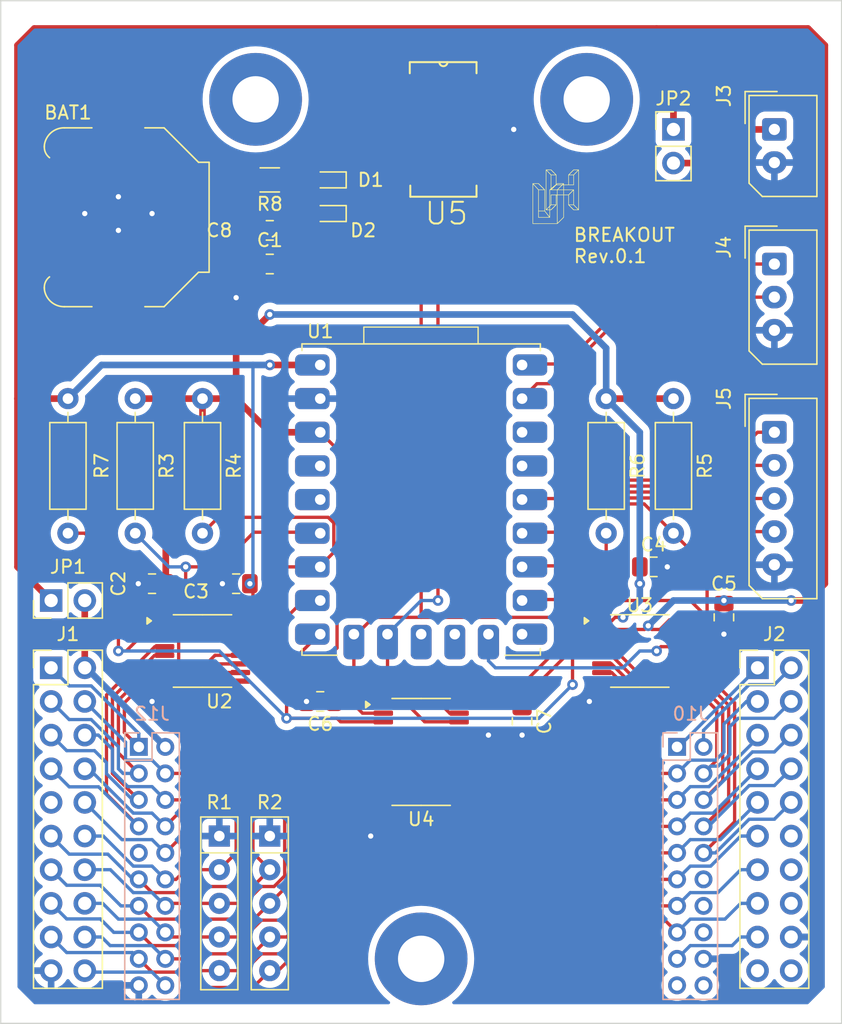
<source format=kicad_pcb>
(kicad_pcb (version 20221018) (generator pcbnew)
  (title_block (title "BREAKOUT BOARD") (rev "0"))
  (layers (0 "F.Cu" signal) (31 "B.Cu" signal) (34 "B.Paste" user) (35 "F.Paste" user) (36 "B.SilkS" user "B.Silkscreen") (37 "F.SilkS" user "F.Silkscreen") (38 "B.Mask" user) (39 "F.Mask" user) (44 "Edge.Cuts" user))
  (net 0 "")
  (net 1 "/S1")
  (net 2 "/PB1")
  (net 3 "/S2")
  (net 4 "/PB2")
  (net 5 "/S3")
  (net 6 "/PB3")
  (net 7 "/S4")
  (net 8 "/PB4")
  (net 9 "/ERR")
  (net 10 "/IN")
  (net 11 "/SYS")
  (net 12 "/DO1")
  (net 13 "/DI1")
  (net 14 "/DI2")
  (net 15 "/DO2")
  (net 16 "/DI4")
  (net 17 "/DO4")
  (net 18 "/DI3")
  (net 19 "/DO3")
  (net 20 "/RELAY1")
  (net 21 "/RELAY2")
  (net 22 "/RELAY3")
  (net 23 "/RELAY4")
  (net 24 "/TX")
  (net 25 "/RX")
  (net 26 "Net-(BAT1-+)")
  (net 27 "+3V3")
  (net 28 "/SCL1")
  (net 31 "/SPI RX")
  (net 32 "/SPI CS")
  (net 33 "/SPI CLK")
  (net 34 "/SPI TX")
  (net 37 "/SDA")
  (net 38 "+5V")
  (net 39 "GND")
  (net 40 "/DR4")
  (net 41 "/DR3")
  (net 42 "/DR2")
  (net 43 "/SCL")
  (net 44 "/DR1")
  (net 48 "/VREF1")
  (net 54 "/RESET")
  (net 55 "/SCL0")
  (net 56 "/SDA0")
  (net 57 "/INT0")
  (net 58 "Net-(J3-Pin_1)")
  (net 64 "/INT1")
  (net 74 "/SDA1")
  (net 76 "/PWR")
  (net 77 "/VREF2")
  (net 85 "Net-(D1-K)")
  (net 86 "Net-(D1-A)")
  (net 87 "Net-(D2-K)")
  (footprint "Capacitor_SMD:C_0805_2012Metric_Pad1.18x1.45mm_HandSolder" (layer "F.Cu") (at 129.61 145.35 -90)
    (fp_text reference "C5")
    (fp_text value "0.1uF" hide)
  )
  (footprint "MountingHole:MountingHole_3.5mm_Pad_TopBottom" (layer "F.Cu") (at 94.25 106.25)
    (fp_text reference "M2" hide)
    (fp_text value "MountingHole_3.5mm_Pad_TopBottom" hide)
  )
  (footprint "Fiducial:Fiducial_1mm_Mask2mm" (layer "F.Cu") (at 78.81 103.44)
    (fp_text reference "REF**" hide)
    (fp_text value "Fiducial_1mm_Mask2mm" hide)
  )
  (footprint "Capacitor_SMD:C_0805_2012Metric_Pad1.18x1.45mm_HandSolder" (layer "F.Cu") (at 99.13 151.7 180)
    (fp_text reference "C6")
    (fp_text value "0.1uF" hide)
  )
  (footprint "Resistor_THT:R_Array_SIP5" (layer "F.Cu") (at 91.51 161.86 -90)
    (fp_text reference "R1")
    (fp_text value "1k" hide)
  )
  (footprint "MountingHole:MountingHole_3.5mm_Pad_TopBottom" (layer "F.Cu") (at 106.75 171.13)
    (fp_text reference "M1" hide)
    (fp_text value "MountingHole_3.5mm_Pad_TopBottom" hide)
  )
  (footprint "Fiducial:Fiducial_1mm_Mask2mm" (layer "F.Cu") (at 106.75 164.4)
    (fp_text reference "REF**" hide)
    (fp_text value "Fiducial_1mm_Mask2mm" hide)
  )
  (footprint "Diode_SMD:D_SOD-523" (layer "F.Cu") (at 99.83 112.33 180)
    (fp_text reference "D1")
    (fp_text value "SDM03U40" hide)
  )
  (footprint "Resistor_THT:R_Axial_DIN0207_L6.3mm_D2.5mm_P10.16mm_Horizontal" (layer "F.Cu") (at 90.24 128.84 -90)
    (fp_text reference "R4")
    (fp_text value "2.2k" hide)
  )
  (footprint "Capacitor_SMD:C_0805_2012Metric_Pad1.18x1.45mm_HandSolder" (layer "F.Cu") (at 95.32 116.14 180)
    (fp_text reference "C8")
    (fp_text value "0.1uF" hide)
  )
  (footprint "Capacitor_SMD:C_0805_2012Metric_Pad1.18x1.45mm_HandSolder" (layer "F.Cu") (at 86.43 142.81 180)
    (fp_text reference "C2")
    (fp_text value "0.1uF" hide)
  )
  (footprint "Resistor_THT:R_Axial_DIN0207_L6.3mm_D2.5mm_P10.16mm_Horizontal" (layer "F.Cu") (at 85.16 128.84 -90)
    (fp_text reference "R3")
    (fp_text value "2.2k" hide)
  )
  (footprint "Connector_PinHeader_2.54mm:PinHeader_1x02_P2.54mm_Vertical" (layer "F.Cu") (at 78.81 144.08 90)
    (fp_text reference "JP1")
    (fp_text value "Jumper_2_Bridged" hide)
  )
  (footprint "Fiducial:Fiducial_1mm_Mask2mm" (layer "F.Cu") (at 134.69 103.44)
    (fp_text reference "REF**" hide)
    (fp_text value "Fiducial_1mm_Mask2mm" hide)
  )
  (footprint "Resistor_THT:R_Axial_DIN0207_L6.3mm_D2.5mm_P10.16mm_Horizontal" (layer "F.Cu") (at 120.72 128.84 -90)
    (fp_text reference "R6")
    (fp_text value "2.2k" hide)
  )
  (footprint "Connector_Molex:Molex_SPOX_5267-02A_1x02_P2.50mm_Vertical" (layer "F.Cu") (at 133.42 108.52 -90)
    (fp_text reference "J3")
    (fp_text value "Conn_01x02" hide)
  )
  (footprint "Capacitor_SMD:C_0805_2012Metric_Pad1.18x1.45mm_HandSolder" (layer "F.Cu") (at 124.2975 141.54)
    (fp_text reference "C4")
    (fp_text value "0.1uF" hide)
  )
  (footprint "Package_SO:TSSOP-16_4.4x5mm_P0.65mm" (layer "F.Cu") (at 90.24 147.89)
    (fp_text reference "U2")
    (fp_text value "PCAL6408APW" hide)
  )
  (footprint "uhppoted:LOGO" (layer "F.Cu") (at 116.91 113.6)
    (fp_text reference "G***" hide)
    (fp_text value "LOGO" hide)
  )
  (footprint "uhppoted:RX8900SA" (layer "F.Cu") (at 108.43 108.52)
    (fp_text reference "U5")
    (fp_text value "RX8900SA" hide)
  )
  (footprint "Package_SO:TSSOP-16_4.4x5mm_P0.65mm" (layer "F.Cu") (at 123.26 147.89)
    (fp_text reference "U3")
    (fp_text value "PCAL6408APW" hide)
  )
  (footprint "Capacitor_SMD:C_0805_2012Metric_Pad1.18x1.45mm_HandSolder" (layer "F.Cu") (at 92.78 142.81 180)
    (fp_text reference "C3")
    (fp_text value "0.1uF" hide)
  )
  (footprint "Resistor_SMD:R_1206_3216Metric_Pad1.30x1.75mm_HandSolder" (layer "F.Cu") (at 95.32 112.33 180)
    (fp_text reference "R8")
    (fp_text value "88" hide)
  )
  (footprint "Resistor_THT:R_Axial_DIN0207_L6.3mm_D2.5mm_P10.16mm_Horizontal" (layer "F.Cu") (at 125.8 128.84 -90)
    (fp_text reference "R5")
    (fp_text value "2.2k" hide)
  )
  (footprint "Connector_PinHeader_2.54mm:PinHeader_2x10_P2.54mm_Vertical" (layer "F.Cu") (at 78.81 149.16)
    (fp_text reference "J1")
    (fp_text value "Conn_02x10_Odd_Even" hide)
  )
  (footprint "MountingHole:MountingHole_3.5mm_Pad_TopBottom" (layer "F.Cu") (at 119.25 106.25)
    (fp_text reference "M2" hide)
    (fp_text value "MountingHole_3.5mm_Pad_TopBottom" hide)
  )
  (footprint "Capacitor_SMD:C_0805_2012Metric_Pad1.18x1.45mm_HandSolder" (layer "F.Cu") (at 114.37 153.2025 -90)
    (fp_text reference "C7")
    (fp_text value "0.1uF" hide)
  )
  (footprint "Battery:BatteryHolder_Keystone_3000_1x12mm" (layer "F.Cu") (at 83.89 115.15 -90)
    (fp_text reference "BAT1")
    (fp_text value "CR1220" hide)
  )
  (footprint "Diode_SMD:D_SOD-523" (layer "F.Cu") (at 99.83 114.87 180)
    (fp_text reference "D2")
    (fp_text value "SDM03U40" hide)
  )
  (footprint "Connector_Molex:Molex_SPOX_5267-05A_1x05_P2.50mm_Vertical" (layer "F.Cu") (at 133.42 131.38 -90)
    (fp_text reference "J5")
    (fp_text value "Conn_01x05_Pin" hide)
  )
  (footprint "uhppoted:RP2040-TINY" (layer "F.Cu") (at 106.75 136.46)
    (fp_text reference "U1")
    (fp_text value "RP2040-TINY" hide)
  )
  (footprint "Package_SO:TSSOP-24_4.4x7.8mm_P0.65mm" (layer "F.Cu") (at 106.75 155.51)
    (fp_text reference "U4")
    (fp_text value "PI4IOE5V6416LEX" hide)
  )
  (footprint "Connector_PinHeader_2.54mm:PinHeader_1x02_P2.54mm_Vertical" (layer "F.Cu") (at 125.8 108.52)
    (fp_text reference "JP2")
    (fp_text value "Jumper_2_Bridged" hide)
  )
  (footprint "Connector_Molex:Molex_SPOX_5267-03A_1x03_P2.50mm_Vertical" (layer "F.Cu") (at 133.42 118.68 -90)
    (fp_text reference "J4")
    (fp_text value "Conn_01x03_Pin" hide)
  )
  (footprint "Capacitor_SMD:C_0805_2012Metric_Pad1.18x1.45mm_HandSolder" (layer "F.Cu") (at 95.32 118.68 180)
    (fp_text reference "C1")
    (fp_text value "0.1uF" hide)
  )
  (footprint "Resistor_THT:R_Array_SIP5" (layer "F.Cu") (at 95.32 161.86 -90)
    (fp_text reference "R2")
    (fp_text value "1k" hide)
  )
  (footprint "Resistor_THT:R_Axial_DIN0207_L6.3mm_D2.5mm_P10.16mm_Horizontal" (layer "F.Cu") (at 80.08 128.84 -90)
    (fp_text reference "R7")
    (fp_text value "10k" hide)
  )
  (footprint "Connector_PinHeader_2.54mm:PinHeader_2x10_P2.54mm_Vertical" (layer "F.Cu") (at 132.15 149.16)
    (fp_text reference "J2")
    (fp_text value "Conn_02x10_Odd_Even" hide)
  )
  (footprint "Connector_PinSocket_2.00mm:PinSocket_2x10_P2.00mm_Vertical" (layer "B.Cu") (at 85.43 155.13 180)
    (fp_text reference "J12")
    (fp_text value "Conn_02x10_Odd_Even" hide)
  )
  (footprint "Connector_PinSocket_2.00mm:PinSocket_2x10_P2.00mm_Vertical" (layer "B.Cu") (at 126.07 155.13 180)
    (fp_text reference "J10")
    (fp_text value "Conn_02x10_Odd_Even" hide)
  )
  (gr_rect locked (start 75 98.8) (end 138.5 176) (stroke (width 0.1)) (fill none) (layer "Edge.Cuts"))
  (gr_text "BREAKOUT\nRev.0.1" (at 118.18 118.68) (layer "F.SilkS") (effects (font (size 1 1)) (justify left bottom)))
  (segment (start 129.07 156.13) (end 128.07 157.13) (width 0.25) (layer "F.Cu") (net 1))
  (segment (start 129.07 152.361397) (end 129.07 156.13) (width 0.25) (layer "F.Cu") (net 1))
  (segment (start 126.1225 150.165) (end 126.873603 150.165) (width 0.25) (layer "F.Cu") (net 1))
  (segment (start 126.873603 150.165) (end 129.07 152.361397) (width 0.25) (layer "F.Cu") (net 1))
  (segment (start 130.061396 153.592753) (end 130.684149 152.97) (width 0.25) (layer "B.Cu") (net 1))
  (segment (start 133.42 152.97) (end 134.69 151.7) (width 0.25) (layer "B.Cu") (net 1))
  (segment (start 128.62 156.58) (end 129.176396 156.58) (width 0.25) (layer "B.Cu") (net 1))
  (segment (start 130.061396 155.695) (end 130.061396 153.592753) (width 0.25) (layer "B.Cu") (net 1))
  (segment (start 130.684149 152.97) (end 133.42 152.97) (width 0.25) (layer "B.Cu") (net 1))
  (segment (start 129.176396 156.58) (end 130.061396 155.695) (width 0.25) (layer "B.Cu") (net 1))
  (segment (start 128.07 157.13) (end 128.62 156.58) (width 0.25) (layer "B.Cu") (net 1))
  (segment (start 121.99 160.59) (end 121.99 150.370001) (width 0.25) (layer "F.Cu") (net 2))
  (segment (start 126.07 163.13) (end 124.53 163.13) (width 0.25) (layer "F.Cu") (net 2))
  (segment (start 124.53 163.13) (end 121.99 160.59) (width 0.25) (layer "F.Cu") (net 2))
  (segment (start 121.99 150.370001) (end 121.134999 149.515) (width 0.25) (layer "F.Cu") (net 2))
  (segment (start 121.134999 149.515) (end 120.3975 149.515) (width 0.25) (layer "F.Cu") (net 2))
  (segment (start 126.07 163.13) (end 127.07 162.13) (width 0.25) (layer "B.Cu") (net 2))
  (segment (start 127.07 162.13) (end 129.337208 162.13) (width 0.25) (layer "B.Cu") (net 2))
  (segment (start 129.337208 162.13) (end 132.147208 159.32) (width 0.25) (layer "B.Cu") (net 2))
  (segment (start 132.147208 159.32) (end 132.15 159.32) (width 0.25) (layer "B.Cu") (net 2))
  (segment (start 126.1225 149.515) (end 126.859999 149.515) (width 0.25) (layer "F.Cu") (net 3))
  (segment (start 126.859999 149.515) (end 129.52 152.175001) (width 0.25) (layer "F.Cu") (net 3))
  (segment (start 129.52 152.175001) (end 129.52 157.68) (width 0.25) (layer "F.Cu") (net 3))
  (segment (start 129.52 157.68) (end 128.07 159.13) (width 0.25) (layer "F.Cu") (net 3))
  (segment (start 128.07 159.13) (end 128.138299 159.13) (width 0.25) (layer "B.Cu") (net 3))
  (segment (start 128.138299 159.13) (end 131.758299 155.51) (width 0.25) (layer "B.Cu") (net 3))
  (segment (start 131.758299 155.51) (end 133.42 155.51) (width 0.25) (layer "B.Cu") (net 3))
  (segment (start 133.42 155.51) (end 134.69 154.24) (width 0.25) (layer "B.Cu") (net 3))
  (segment (start 122.44 160.403604) (end 123.166396 161.13) (width 0.25) (layer "F.Cu") (net 4))
  (segment (start 123.166396 161.13) (end 126.07 161.13) (width 0.25) (layer "F.Cu") (net 4))
  (segment (start 122.44 150.183605) (end 122.44 160.403604) (width 0.25) (layer "F.Cu") (net 4))
  (segment (start 120.3975 148.865) (end 121.121395 148.865) (width 0.25) (layer "F.Cu") (net 4))
  (segment (start 121.121395 148.865) (end 122.44 150.183605) (width 0.25) (layer "F.Cu") (net 4))
  (segment (start 127.07 160.13) (end 128.802792 160.13) (width 0.25) (layer "B.Cu") (net 4))
  (segment (start 126.07 161.13) (end 127.07 160.13) (width 0.25) (layer "B.Cu") (net 4))
  (segment (start 132.15 156.782792) (end 132.15 156.78) (width 0.25) (layer "B.Cu") (net 4))
  (segment (start 128.802792 160.13) (end 132.15 156.782792) (width 0.25) (layer "B.Cu") (net 4))
  (segment (start 126.1225 148.865) (end 126.846395 148.865) (width 0.25) (layer "F.Cu") (net 5))
  (segment (start 129.97 151.988605) (end 129.97 159.23) (width 0.25) (layer "F.Cu") (net 5))
  (segment (start 126.846395 148.865) (end 129.97 151.988605) (width 0.25) (layer "F.Cu") (net 5))
  (segment (start 129.97 159.23) (end 128.07 161.13) (width 0.25) (layer "F.Cu") (net 5))
  (segment (start 131.519188 158.05) (end 133.42 158.05) (width 0.25) (layer "B.Cu") (net 5))
  (segment (start 133.42 158.05) (end 134.69 156.78) (width 0.25) (layer "B.Cu") (net 5))
  (segment (start 128.07 161.13) (end 128.439188 161.13) (width 0.25) (layer "B.Cu") (net 5))
  (segment (start 128.439188 161.13) (end 131.519188 158.05) (width 0.25) (layer "B.Cu") (net 5))
  (segment (start 120.3975 148.215) (end 121.107791 148.215) (width 0.25) (layer "F.Cu") (net 6))
  (segment (start 123.342792 159.13) (end 126.07 159.13) (width 0.25) (layer "F.Cu") (net 6))
  (segment (start 122.89 149.997209) (end 122.89 158.677208) (width 0.25) (layer "F.Cu") (net 6))
  (segment (start 121.107791 148.215) (end 122.89 149.997209) (width 0.25) (layer "F.Cu") (net 6))
  (segment (start 122.89 158.677208) (end 123.342792 159.13) (width 0.25) (layer "F.Cu") (net 6))
  (segment (start 127.07 158.13) (end 126.07 159.13) (width 0.25) (layer "B.Cu") (net 6))
  (segment (start 132.15 154.24) (end 132.15 154.464214) (width 0.25) (layer "B.Cu") (net 6))
  (segment (start 132.15 154.464214) (end 128.484214 158.13) (width 0.25) (layer "B.Cu") (net 6))
  (segment (start 128.484214 158.13) (end 127.07 158.13) (width 0.25) (layer "B.Cu") (net 6))
  (segment (start 130.42 151.802209) (end 130.42 160.78) (width 0.25) (layer "F.Cu") (net 7))
  (segment (start 126.1225 148.215) (end 126.832791 148.215) (width 0.25) (layer "F.Cu") (net 7))
  (segment (start 126.832791 148.215) (end 130.42 151.802209) (width 0.25) (layer "F.Cu") (net 7))
  (segment (start 130.42 160.78) (end 128.07 163.13) (width 0.25) (layer "F.Cu") (net 7))
  (segment (start 128.07 163.13) (end 128.973604 163.13) (width 0.25) (layer "B.Cu") (net 7))
  (segment (start 133.42 160.59) (end 134.69 159.32) (width 0.25) (layer "B.Cu") (net 7))
  (segment (start 131.513604 160.59) (end 133.42 160.59) (width 0.25) (layer "B.Cu") (net 7))
  (segment (start 128.973604 163.13) (end 131.513604 160.59) (width 0.25) (layer "B.Cu") (net 7))
  (segment (start 123.34 156.78) (end 123.69 157.13) (width 0.25) (layer "F.Cu") (net 8))
  (segment (start 123.69 157.13) (end 126.07 157.13) (width 0.25) (layer "F.Cu") (net 8))
  (segment (start 121.134999 147.565) (end 123.34 149.770001) (width 0.25) (layer "F.Cu") (net 8))
  (segment (start 120.3975 147.565) (end 121.134999 147.565) (width 0.25) (layer "F.Cu") (net 8))
  (segment (start 123.34 149.770001) (end 123.34 156.78) (width 0.25) (layer "F.Cu") (net 8))
  (segment (start 129.611396 153.406357) (end 131.317753 151.7) (width 0.25) (layer "B.Cu") (net 8))
  (segment (start 128.99 156.13) (end 129.611396 155.508604) (width 0.25) (layer "B.Cu") (net 8))
  (segment (start 126.07 157.13) (end 127.07 156.13) (width 0.25) (layer "B.Cu") (net 8))
  (segment (start 131.317753 151.7) (end 132.15 151.7) (width 0.25) (layer "B.Cu") (net 8))
  (segment (start 129.611396 155.508604) (end 129.611396 153.406357) (width 0.25) (layer "B.Cu") (net 8))
  (segment (start 127.07 156.13) (end 128.99 156.13) (width 0.25) (layer "B.Cu") (net 8))
  (segment (start 109.6125 159.085) (end 116.025 159.085) (width 0.25) (layer "F.Cu") (net 9))
  (segment (start 116.025 159.085) (end 126.07 169.13) (width 0.25) (layer "F.Cu") (net 9))
  (segment (start 126.07 169.13) (end 127.07 168.13) (width 0.25) (layer "B.Cu") (net 9))
  (segment (start 130.88 166.94) (end 132.15 166.94) (width 0.25) (layer "B.Cu") (net 9))
  (segment (start 127.07 168.13) (end 129.69 168.13) (width 0.25) (layer "B.Cu") (net 9))
  (segment (start 129.69 168.13) (end 130.88 166.94) (width 0.25) (layer "B.Cu") (net 9))
  (segment (start 124.72 167.13) (end 126.07 167.13) (width 0.25) (layer "F.Cu") (net 10))
  (segment (start 109.6125 158.435) (end 116.025 158.435) (width 0.25) (layer "F.Cu") (net 10))
  (segment (start 116.025 158.435) (end 124.72 167.13) (width 0.25) (layer "F.Cu") (net 10))
  (segment (start 126.07 167.13) (end 127.07 166.13) (width 0.25) (layer "B.Cu") (net 10))
  (segment (start 127.07 166.13) (end 129.15 166.13) (width 0.25) (layer "B.Cu") (net 10))
  (segment (start 129.15 166.13) (end 130.88 164.4) (width 0.25) (layer "B.Cu") (net 10))
  (segment (start 130.88 164.4) (end 132.15 164.4) (width 0.25) (layer "B.Cu") (net 10))
  (segment (start 109.6125 157.785) (end 116.011396 157.785) (width 0.25) (layer "F.Cu") (net 11))
  (segment (start 123.356396 165.13) (end 126.07 165.13) (width 0.25) (layer "F.Cu") (net 11))
  (segment (start 116.011396 157.785) (end 123.356396 165.13) (width 0.25) (layer "F.Cu") (net 11))
  (segment (start 127.07 164.13) (end 128.61 164.13) (width 0.25) (layer "B.Cu") (net 11))
  (segment (start 130.88 161.86) (end 132.15 161.86) (width 0.25) (layer "B.Cu") (net 11))
  (segment (start 126.07 165.13) (end 127.07 164.13) (width 0.25) (layer "B.Cu") (net 11))
  (segment (start 128.61 164.13) (end 130.88 161.86) (width 0.25) (layer "B.Cu") (net 11))
  (segment (start 84.34 154.04) (end 85.43 155.13) (width 0.25) (layer "F.Cu") (net 12))
  (segment (start 84.34 151.801397) (end 84.34 154.04) (width 0.25) (layer "F.Cu") (net 12))
  (segment (start 86.626397 149.515) (end 84.34 151.801397) (width 0.25) (layer "F.Cu") (net 12))
  (segment (start 87.3775 149.515) (end 86.626397 149.515) (width 0.25) (layer "F.Cu") (net 12))
  (segment (start 85.43 154.118299) (end 85.43 155.13) (width 0.25) (layer "B.Cu") (net 12))
  (segment (start 81.836701 150.525) (end 85.43 154.118299) (width 0.25) (layer "B.Cu") (net 12))
  (segment (start 80.175 150.525) (end 81.836701 150.525) (width 0.25) (layer "B.Cu") (net 12))
  (segment (start 78.81 149.16) (end 80.175 150.525) (width 0.25) (layer "B.Cu") (net 12))
  (segment (start 83.89 151.615001) (end 83.89 155.59) (width 0.25) (layer "F.Cu") (net 13))
  (segment (start 86.640001 148.865) (end 83.89 151.615001) (width 0.25) (layer "F.Cu") (net 13))
  (segment (start 83.89 155.59) (end 85.43 157.13) (width 0.25) (layer "F.Cu") (net 13))
  (segment (start 87.3775 148.865) (end 86.640001 148.865) (width 0.25) (layer "F.Cu") (net 13))
  (segment (start 83.89 156.78) (end 84.24 157.13) (width 0.25) (layer "B.Cu") (net 13))
  (segment (start 84.24 157.13) (end 85.43 157.13) (width 0.25) (layer "B.Cu") (net 13))
  (segment (start 81.836701 153.065) (end 83.89 155.118299) (width 0.25) (layer "B.Cu") (net 13))
  (segment (start 78.81 151.7) (end 80.175 153.065) (width 0.25) (layer "B.Cu") (net 13))
  (segment (start 80.175 153.065) (end 81.836701 153.065) (width 0.25) (layer "B.Cu") (net 13))
  (segment (start 83.89 155.118299) (end 83.89 156.78) (width 0.25) (layer "B.Cu") (net 13))
  (segment (start 87.3775 147.565) (end 86.640001 147.565) (width 0.25) (layer "F.Cu") (net 14))
  (segment (start 82.99 151.215001) (end 82.99 158.69) (width 0.25) (layer "F.Cu") (net 14))
  (segment (start 86.640001 147.565) (end 82.99 151.215001) (width 0.25) (layer "F.Cu") (net 14))
  (segment (start 82.99 158.69) (end 85.43 161.13) (width 0.25) (layer "F.Cu") (net 14))
  (segment (start 85.37939 161.13) (end 85.43 161.13) (width 0.25) (layer "B.Cu") (net 14))
  (segment (start 82.39439 158.145) (end 85.37939 161.13) (width 0.25) (layer "B.Cu") (net 14))
  (segment (start 78.81 156.78) (end 80.175 158.145) (width 0.25) (layer "B.Cu") (net 14))
  (segment (start 80.175 158.145) (end 82.39439 158.145) (width 0.25) (layer "B.Cu") (net 14))
  (segment (start 87.3775 148.215) (end 86.626397 148.215) (width 0.25) (layer "F.Cu") (net 15))
  (segment (start 86.626397 148.215) (end 83.44 151.401397) (width 0.25) (layer "F.Cu") (net 15))
  (segment (start 83.44 157.14) (end 85.43 159.13) (width 0.25) (layer "F.Cu") (net 15))
  (segment (start 83.44 151.401397) (end 83.44 157.14) (width 0.25) (layer "F.Cu") (net 15))
  (segment (start 84.967208 159.13) (end 82.99 157.152792) (width 0.25) (layer "B.Cu") (net 15))
  (segment (start 85.43 159.13) (end 84.967208 159.13) (width 0.25) (layer "B.Cu") (net 15))
  (segment (start 82.08585 155.415) (end 79.985 155.415) (width 0.25) (layer "B.Cu") (net 15))
  (segment (start 82.99 157.152792) (end 82.99 156.31915) (width 0.25) (layer "B.Cu") (net 15))
  (segment (start 82.99 156.31915) (end 82.08585 155.415) (width 0.25) (layer "B.Cu") (net 15))
  (segment (start 79.985 155.415) (end 78.81 154.24) (width 0.25) (layer "B.Cu") (net 15))
  (segment (start 88.62 157.13) (end 88.97 156.78) (width 0.25) (layer "F.Cu") (net 16))
  (segment (start 88.97 150.43) (end 91.185 148.215) (width 0.25) (layer "F.Cu") (net 16))
  (segment (start 87.43 157.13) (end 88.62 157.13) (width 0.25) (layer "F.Cu") (net 16))
  (segment (start 88.97 156.78) (end 88.97 150.43) (width 0.25) (layer "F.Cu") (net 16))
  (segment (start 91.185 148.215) (end 93.1025 148.215) (width 0.25) (layer "F.Cu") (net 16))
  (segment (start 81.35 151.7) (end 84.43 154.78) (width 0.25) (layer "B.Cu") (net 16))
  (segment (start 86.43 156.13) (end 87.43 157.13) (width 0.25) (layer "B.Cu") (net 16))
  (segment (start 84.43 154.78) (end 84.43 156.13) (width 0.25) (layer "B.Cu") (net 16))
  (segment (start 84.43 156.13) (end 86.43 156.13) (width 0.25) (layer "B.Cu") (net 16))
  (segment (start 87.43 159.13) (end 88.793604 159.13) (width 0.25) (layer "F.Cu") (net 17))
  (segment (start 91.171396 148.865) (end 93.1025 148.865) (width 0.25) (layer "F.Cu") (net 17))
  (segment (start 89.42 158.503604) (end 89.42 150.616396) (width 0.25) (layer "F.Cu") (net 17))
  (segment (start 89.42 150.616396) (end 91.171396 148.865) (width 0.25) (layer "F.Cu") (net 17))
  (segment (start 88.793604 159.13) (end 89.42 158.503604) (width 0.25) (layer "F.Cu") (net 17))
  (segment (start 84.603604 158.13) (end 86.43 158.13) (width 0.25) (layer "B.Cu") (net 17))
  (segment (start 82.375305 154.24) (end 83.44 155.304695) (width 0.25) (layer "B.Cu") (net 17))
  (segment (start 83.44 155.304695) (end 83.44 156.966396) (width 0.25) (layer "B.Cu") (net 17))
  (segment (start 81.35 154.24) (end 82.375305 154.24) (width 0.25) (layer "B.Cu") (net 17))
  (segment (start 83.44 156.966396) (end 84.603604 158.13) (width 0.25) (layer "B.Cu") (net 17))
  (segment (start 86.43 158.13) (end 87.43 159.13) (width 0.25) (layer "B.Cu") (net 17))
  (segment (start 87.43 161.13) (end 89.87 158.69) (width 0.25) (layer "F.Cu") (net 18))
  (segment (start 89.87 150.802792) (end 91.157792 149.515) (width 0.25) (layer "F.Cu") (net 18))
  (segment (start 91.157792 149.515) (end 93.1025 149.515) (width 0.25) (layer "F.Cu") (net 18))
  (segment (start 89.87 158.69) (end 89.87 150.802792) (width 0.25) (layer "F.Cu") (net 18))
  (segment (start 81.35 156.78) (end 82.075 156.78) (width 0.25) (layer "B.Cu") (net 18))
  (segment (start 87.43 161.13) (end 86.43 160.13) (width 0.25) (layer "B.Cu") (net 18))
  (segment (start 86.43 160.13) (end 85.015786 160.13) (width 0.25) (layer "B.Cu") (net 18))
  (segment (start 85.015786 160.13) (end 81.665786 156.78) (width 0.25) (layer "B.Cu") (net 18))
  (segment (start 82.075 156.78) (end 82.075 156.874188) (width 0.25) (layer "B.Cu") (net 18))
  (segment (start 81.665786 156.78) (end 81.35 156.78) (width 0.25) (layer "B.Cu") (net 18))
  (segment (start 91.144188 150.165) (end 93.1025 150.165) (width 0.25) (layer "F.Cu") (net 19))
  (segment (start 88.97 161.59) (end 88.97 160.226396) (width 0.25) (layer "F.Cu") (net 19))
  (segment (start 87.43 163.13) (end 88.97 161.59) (width 0.25) (layer "F.Cu") (net 19))
  (segment (start 90.32 150.989188) (end 91.144188 150.165) (width 0.25) (layer "F.Cu") (net 19))
  (segment (start 88.97 160.226396) (end 90.32 158.876396) (width 0.25) (layer "F.Cu") (net 19))
  (segment (start 90.32 158.876396) (end 90.32 150.989188) (width 0.25) (layer "F.Cu") (net 19))
  (segment (start 87.43 163.13) (end 86.43 162.13) (width 0.25) (layer "B.Cu") (net 19))
  (segment (start 84.16 162.13) (end 81.35 159.32) (width 0.25) (layer "B.Cu") (net 19))
  (segment (start 86.43 162.13) (end 84.16 162.13) (width 0.25) (layer "B.Cu") (net 19))
  (segment (start 103.8875 153.885) (end 98.848604 153.885) (width 0.25) (layer "F.Cu") (net 20))
  (segment (start 88.24 165.13) (end 88.97 164.4) (width 0.25) (layer "F.Cu") (net 20))
  (segment (start 88.97 164.4) (end 91.51 164.4) (width 0.25) (layer "F.Cu") (net 20))
  (segment (start 92.78 159.953604) (end 92.78 163.13) (width 0.25) (layer "F.Cu") (net 20))
  (segment (start 98.848604 153.885) (end 92.78 159.953604) (width 0.25) (layer "F.Cu") (net 20))
  (segment (start 92.78 163.13) (end 91.51 164.4) (width 0.25) (layer "F.Cu") (net 20))
  (segment (start 87.43 165.13) (end 88.24 165.13) (width 0.25) (layer "F.Cu") (net 20))
  (segment (start 82.745786 161.86) (end 81.35 161.86) (width 0.25) (layer "B.Cu") (net 20))
  (segment (start 86.43 164.13) (end 85.015786 164.13) (width 0.25) (layer "B.Cu") (net 20))
  (segment (start 85.015786 164.13) (end 82.745786 161.86) (width 0.25) (layer "B.Cu") (net 20))
  (segment (start 87.43 165.13) (end 86.43 164.13) (width 0.25) (layer "B.Cu") (net 20))
  (segment (start 96.445 164.865991) (end 95.640991 165.67) (width 0.25) (layer "F.Cu") (net 21))
  (segment (start 95.640991 165.67) (end 94.686396 165.67) (width 0.25) (layer "F.Cu") (net 21))
  (segment (start 91.51 166.94) (end 87.62 166.94) (width 0.25) (layer "F.Cu") (net 21))
  (segment (start 94.686396 165.67) (end 93.416396 166.94) (width 0.25) (layer "F.Cu") (net 21))
  (segment (start 87.62 166.94) (end 87.43 167.13) (width 0.25) (layer "F.Cu") (net 21))
  (segment (start 103.8875 155.185) (end 100.723604 155.185) (width 0.25) (layer "F.Cu") (net 21))
  (segment (start 96.445 159.463604) (end 96.445 164.865991) (width 0.25) (layer "F.Cu") (net 21))
  (segment (start 93.416396 166.94) (end 91.51 166.94) (width 0.25) (layer "F.Cu") (net 21))
  (segment (start 100.723604 155.185) (end 96.445 159.463604) (width 0.25) (layer "F.Cu") (net 21))
  (segment (start 85.015786 166.13) (end 83.285786 164.4) (width 0.25) (layer "B.Cu") (net 21))
  (segment (start 83.285786 164.4) (end 81.35 164.4) (width 0.25) (layer "B.Cu") (net 21))
  (segment (start 86.43 166.13) (end 85.015786 166.13) (width 0.25) (layer "B.Cu") (net 21))
  (segment (start 87.43 167.13) (end 86.43 166.13) (width 0.25) (layer "B.Cu") (net 21))
  (segment (start 91.51 169.48) (end 87.78 169.48) (width 0.25) (layer "F.Cu") (net 22))
  (segment (start 97.345 159.836396) (end 97.345 167.455) (width 0.25) (layer "F.Cu") (net 22))
  (segment (start 87.78 169.48) (end 87.43 169.13) (width 0.25) (layer "F.Cu") (net 22))
  (segment (start 97.345 167.455) (end 96.59 168.21) (width 0.25) (layer "F.Cu") (net 22))
  (segment (start 103.8875 156.485) (end 100.696396 156.485) (width 0.25) (layer "F.Cu") (net 22))
  (segment (start 93.416396 169.48) (end 91.51 169.48) (width 0.25) (layer "F.Cu") (net 22))
  (segment (start 96.59 168.21) (end 94.686396 168.21) (width 0.25) (layer "F.Cu") (net 22))
  (segment (start 100.696396 156.485) (end 97.345 159.836396) (width 0.25) (layer "F.Cu") (net 22))
  (segment (start 94.686396 168.21) (end 93.416396 169.48) (width 0.25) (layer "F.Cu") (net 22))
  (segment (start 86.43 168.13) (end 83.89 168.13) (width 0.25) (layer "B.Cu") (net 22))
  (segment (start 87.43 169.13) (end 86.43 168.13) (width 0.25) (layer "B.Cu") (net 22))
  (segment (start 83.89 168.13) (end 82.7 166.94) (width 0.25) (layer "B.Cu") (net 22))
  (segment (start 82.7 166.94) (end 81.35 166.94) (width 0.25) (layer "B.Cu") (net 22))
  (segment (start 94.686396 170.75) (end 93.416396 172.02) (width 0.25) (layer "F.Cu") (net 23))
  (segment (start 98.245 169.095) (end 96.59 170.75) (width 0.25) (layer "F.Cu") (net 23))
  (segment (start 93.416396 172.02) (end 91.51 172.02) (width 0.25) (layer "F.Cu") (net 23))
  (segment (start 98.245 160.210584) (end 98.245 169.095) (width 0.25) (layer "F.Cu") (net 23))
  (segment (start 91.51 172.02) (end 89.505 172.02) (width 0.25) (layer "F.Cu") (net 23))
  (segment (start 89.505 172.02) (end 88.615 171.13) (width 0.25) (layer "F.Cu") (net 23))
  (segment (start 88.615 171.13) (end 87.43 171.13) (width 0.25) (layer "F.Cu") (net 23))
  (segment (start 103.8875 157.785) (end 100.670584 157.785) (width 0.25) (layer "F.Cu") (net 23))
  (segment (start 96.59 170.75) (end 94.686396 170.75) (width 0.25) (layer "F.Cu") (net 23))
  (segment (start 100.670584 157.785) (end 98.245 160.210584) (width 0.25) (layer "F.Cu") (net 23))
  (segment (start 82.62 169.48) (end 83.27 170.13) (width 0.25) (layer "B.Cu") (net 23))
  (segment (start 83.27 170.13) (end 86.43 170.13) (width 0.25) (layer "B.Cu") (net 23))
  (segment (start 86.43 170.13) (end 87.43 171.13) (width 0.25) (layer "B.Cu") (net 23))
  (segment (start 81.35 169.48) (end 82.62 169.48) (width 0.25) (layer "B.Cu") (net 23))
  (segment (start 124.98 122.04) (end 128.34 118.68) (width 0.25) (layer "F.Cu") (net 24))
  (segment (start 117.618604 126.225) (end 114.37 126.225) (width 0.25) (layer "F.Cu") (net 24))
  (segment (start 121.803604 122.04) (end 117.618604 126.225) (width 0.25) (layer "F.Cu") (net 24))
  (segment (start 133.42 118.68) (end 128.34 118.68) (width 0.25) (layer "F.Cu") (net 24))
  (segment (start 124.98 122.04) (end 121.803604 122.04) (width 0.25) (layer "F.Cu") (net 24))
  (segment (start 121.99 122.49) (end 125.166396 122.49) (width 0.25) (layer "F.Cu") (net 25))
  (segment (start 125.166396 122.49) (end 126.476396 121.18) (width 0.25) (layer "F.Cu") (net 25))
  (segment (start 115.495 127.715) (end 116.765 127.715) (width 0.25) (layer "F.Cu") (net 25))
  (segment (start 114.37 128.84) (end 115.495 127.715) (width 0.25) (layer "F.Cu") (net 25))
  (segment (start 116.765 127.715) (end 121.99 122.49) (width 0.25) (layer "F.Cu") (net 25))
  (segment (start 126.476396 121.18) (end 133.42 121.18) (width 0.25) (layer "F.Cu") (net 25))
  (segment (start 92.78 112.33) (end 87.7 107.25) (width 0.25) (layer "F.Cu") (net 26))
  (segment (start 87.7 107.25) (end 83.89 107.25) (width 0.25) (layer "F.Cu") (net 26))
  (segment (start 93.77 112.33) (end 92.78 112.33) (width 0.25) (layer "F.Cu") (net 26))
  (segment (start 121.399999 145.35) (end 121.134999 145.615) (width 0.25) (layer "F.Cu") (net 27))
  (segment (start 121.134999 145.615) (end 120.3975 145.615) (width 0.25) (layer "F.Cu") (net 27))
  (segment (start 87.7 138.925) (end 90.24 136.385) (width 0.5) (layer "F.Cu") (net 27))
  (segment (start 90.24 136.385) (end 90.24 128.84) (width 0.5) (layer "F.Cu") (net 27))
  (segment (start 85.16 128.84) (end 90.24 128.84) (width 0.5) (layer "F.Cu") (net 27))
  (segment (start 100.4 145.35) (end 100.4 147.6575) (width 0.25) (layer "F.Cu") (net 27))
  (segment (start 99.13 131.38) (end 101.67 133.92) (width 0.25) (layer "F.Cu") (net 27))
  (segment (start 103.8875 152.585) (end 102.3225 152.585) (width 0.25) (layer "F.Cu") (net 27))
  (segment (start 92.78 128.84) (end 90.24 128.84) (width 0.5) (layer "F.Cu") (net 27))
  (segment (start 99.13 115.9075) (end 99.13 114.87) (width 0.25) (layer "F.Cu") (net 27))
  (segment (start 102.3225 152.585) (end 101.4375 151.7) (width 0.25) (layer "F.Cu") (net 27))
  (segment (start 101.67 133.92) (end 101.67 144.08) (width 0.25) (layer "F.Cu") (net 27))
  (segment (start 87.4675 142.81) (end 87.4675 139.1575) (width 0.5) (layer "F.Cu") (net 27))
  (segment (start 100.4 147.6575) (end 100.1675 147.89) (width 0.25) (layer "F.Cu") (net 27))
  (segment (start 96.3575 118.68) (end 99.13 115.9075) (width 0.25) (layer "F.Cu") (net 27))
  (segment (start 87.4675 139.1575) (end 87.7 138.925) (width 0.5) (layer "F.Cu") (net 27))
  (segment (start 87.3775 145.615) (end 87.3775 142.9) (width 0.5) (layer "F.Cu") (net 27))
  (segment (start 92.78 125.03) (end 92.78 128.84) (width 0.5) (layer "F.Cu") (net 27))
  (segment (start 95.32 131.38) (end 92.78 128.84) (width 0.5) (layer "F.Cu") (net 27))
  (segment (start 101.4375 151.7) (end 100.1675 151.7) (width 0.25) (layer "F.Cu") (net 27))
  (segment (start 100.1675 147.89) (end 100.1675 151.7) (width 0.25) (layer "F.Cu") (net 27))
  (segment (start 87.3775 142.9) (end 87.4675 142.81) (width 0.25) (layer "F.Cu") (net 27))
  (segment (start 121.99 145.35) (end 121.399999 145.35) (width 0.25) (layer "F.Cu") (net 27))
  (segment (start 123.26 141.54) (end 123.26 142.81) (width 0.25) (layer "F.Cu") (net 27))
  (segment (start 101.67 144.08) (end 100.4 145.35) (width 0.25) (layer "F.Cu") (net 27))
  (segment (start 99.13 131.38) (end 95.32 131.38) (width 0.5) (layer "F.Cu") (net 27))
  (segment (start 120.72 128.84) (end 125.8 128.84) (width 0.5) (layer "F.Cu") (net 27))
  (segment (start 95.32 122.49) (end 92.78 125.03) (width 0.5) (layer "F.Cu") (net 27))
  (via (at 121.99 145.35) (size 0.8) (drill 0.4) (layers "F.Cu" "B.Cu") (net 27))
  (via (at 95.32 122.49) (size 0.8) (drill 0.4) (layers "F.Cu" "B.Cu") (net 27))
  (via (at 123.26 142.81) (size 0.8) (drill 0.4) (layers "F.Cu" "B.Cu") (net 27))
  (segment (start 95.32 122.49) (end 118.18 122.49) (width 0.5) (layer "B.Cu") (net 27))
  (segment (start 121.99 145.35) (end 123.26 144.08) (width 0.5) (layer "B.Cu") (net 27))
  (segment (start 123.26 144.08) (end 123.26 142.81) (width 0.5) (layer "B.Cu") (net 27))
  (segment (start 120.72 125.03) (end 120.72 128.84) (width 0.5) (layer "B.Cu") (net 27))
  (segment (start 118.18 122.49) (end 120.72 125.03) (width 0.5) (layer "B.Cu") (net 27))
  (segment (start 123.26 142.81) (end 123.26 131.38) (width 0.5) (layer "B.Cu") (net 27))
  (segment (start 123.26 131.38) (end 120.72 128.84) (width 0.5) (layer "B.Cu") (net 27))
  (segment (start 106.75 145.35) (end 116.77 145.35) (width 0.25) (layer "F.Cu") (net 28))
  (segment (start 101.67 149.16) (end 101.67 146.83) (width 0.25) (layer "F.Cu") (net 28))
  (segment (start 106.75 107.25) (end 107.7043 106.2957) (width 0.25) (layer "F.Cu") (net 28))
  (segment (start 103.15 145.35) (end 101.67 146.83) (width 0.25) (layer "F.Cu") (net 28))
  (segment (start 128.34 146.62) (end 128.34 141.54) (width 0.25) (layer "F.Cu") (net 28))
  (segment (start 107.015 153.235) (end 104.21 150.43) (width 0.25) (layer "F.Cu") (net 28))
  (segment (start 104.8486 105.98) (end 107.3886 105.98) (width 0.25) (layer "F.Cu") (net 28))
  (segment (start 109.6125 153.235) (end 107.015 153.235) (width 0.25) (layer "F.Cu") (net 28))
  (segment (start 102.94 150.43) (end 101.67 149.16) (width 0.25) (layer "F.Cu") (net 28))
  (segment (start 107.3886 105.98) (end 107.7043 106.2957) (width 0.25) (layer "F.Cu") (net 28))
  (segment (start 128.045 146.915) (end 128.34 146.62) (width 0.25) (layer "F.Cu") (net 28))
  (segment (start 119.08 137.939504) (end 120.229504 136.79) (width 0.25) (layer "F.Cu") (net 28))
  (segment (start 119.08 143.04) (end 119.08 137.939504) (width 0.25) (layer "F.Cu") (net 28))
  (segment (start 104.21 150.43) (end 102.94 150.43) (width 0.25) (layer "F.Cu") (net 28))
  (segment (start 128.34 141.54) (end 125.8 139) (width 0.25) (layer "F.Cu") (net 28))
  (segment (start 106.75 107.25) (end 106.75 145.35) (width 0.25) (layer "F.Cu") (net 28))
  (segment (start 123.59 136.79) (end 125.8 139) (width 0.25) (layer "F.Cu") (net 28))
  (segment (start 120.229504 136.79) (end 123.59 136.79) (width 0.25) (layer "F.Cu") (net 28))
  (segment (start 126.1225 146.915) (end 128.045 146.915) (width 0.25) (layer "F.Cu") (net 28))
  (segment (start 116.77 145.35) (end 119.08 143.04) (width 0.25) (layer "F.Cu") (net 28))
  (segment (start 103.15 145.35) (end 106.75 145.35) (width 0.25) (layer "F.Cu") (net 28))
  (segment (start 128.54 134.99) (end 132.15 131.38) (width 0.25) (layer "F.Cu") (net 31))
  (segment (start 114.37 136.385) (end 118.003425 136.385) (width 0.25) (layer "F.Cu") (net 31))
  (segment (start 118.003425 136.385) (end 119.398425 134.99) (width 0.25) (layer "F.Cu") (net 31))
  (segment (start 119.398425 134.99) (end 128.54 134.99) (width 0.25) (layer "F.Cu") (net 31))
  (segment (start 132.15 131.38) (end 133.42 131.38) (width 0.25) (layer "F.Cu") (net 31))
  (segment (start 130.286396 133.88) (end 133.42 133.88) (width 0.25) (layer "F.Cu") (net 32))
  (segment (start 128.726396 135.44) (end 130.286396 133.88) (width 0.25) (layer "F.Cu") (net 32))
  (segment (start 117.73 138.18) (end 117.73 137.294821) (width 0.25) (layer "F.Cu") (net 32))
  (segment (start 116.985 138.925) (end 117.73 138.18) (width 0.25) (layer "F.Cu") (net 32))
  (segment (start 117.73 137.294821) (end 119.584821 135.44) (width 0.25) (layer "F.Cu") (net 32))
  (segment (start 119.584821 135.44) (end 128.726396 135.44) (width 0.25) (layer "F.Cu") (net 32))
  (segment (start 114.37 138.925) (end 116.985 138.925) (width 0.25) (layer "F.Cu") (net 32))
  (segment (start 133.42 136.38) (end 128.896396 136.38) (width 0.25) (layer "F.Cu") (net 33))
  (segment (start 128.896396 136.38) (end 128.406396 135.89) (width 0.25) (layer "F.Cu") (net 33))
  (segment (start 119.771217 135.89) (end 118.18 137.481217) (width 0.25) (layer "F.Cu") (net 33))
  (segment (start 118.18 140.27) (end 116.985 141.465) (width 0.25) (layer "F.Cu") (net 33))
  (segment (start 128.406396 135.89) (end 119.771217 135.89) (width 0.25) (layer "F.Cu") (net 33))
  (segment (start 116.985 141.465) (end 114.37 141.465) (width 0.25) (layer "F.Cu") (net 33))
  (segment (start 118.18 137.481217) (end 118.18 140.27) (width 0.25) (layer "F.Cu") (net 33))
  (segment (start 118.63 142.36) (end 116.985 144.005) (width 0.25) (layer "F.Cu") (net 34))
  (segment (start 133.42 138.88) (end 130.76 138.88) (width 0.25) (layer "F.Cu") (net 34))
  (segment (start 130.76 138.88) (end 128.22 136.34) (width 0.25) (layer "F.Cu") (net 34))
  (segment (start 116.985 144.005) (end 114.37 144.005) (width 0.25) (layer "F.Cu") (net 34))
  (segment (start 119.957613 136.34) (end 118.63 137.667613) (width 0.25) (layer "F.Cu") (net 34))
  (segment (start 128.22 136.34) (end 119.957613 136.34) (width 0.25) (layer "F.Cu") (net 34))
  (segment (start 118.63 137.667613) (end 118.63 142.36) (width 0.25) (layer "F.Cu") (net 34))
  (segment (start 128.07 153.876396) (end 128.07 155.13) (width 0.25) (layer "B.Cu") (net 37))
  (segment (start 131.516396 150.43) (end 128.07 153.876396) (width 0.25) (layer "B.Cu") (net 37))
  (segment (start 133.42 150.43) (end 131.516396 150.43) (width 0.25) (layer "B.Cu") (net 37))
  (segment (start 134.69 149.16) (end 133.42 150.43) (width 0.25) (layer "B.Cu") (net 37))
  (segment (start 113.99 151.935) (end 119.660001 146.265) (width 0.25) (layer "F.Cu") (net 38))
  (segment (start 77.54 100.9) (end 76.27 102.17) (width 0.5) (layer "F.Cu") (net 38))
  (segment (start 94.05 143.0425) (end 94.05 144.6675) (width 0.25) (layer "F.Cu") (net 38))
  (segment (start 76.27 128.84) (end 80.08 128.84) (width 0.5) (layer "F.Cu") (net 38))
  (segment (start 76.27 102.17) (end 76.27 128.84) (width 0.5) (layer "F.Cu") (net 38))
  (segment (start 124.53 100.9) (end 125.8 102.17) (width 0.5) (layer "F.Cu") (net 38))
  (segment (start 137.23 102.17) (end 135.96 100.9) (width 0.5) (layer "F.Cu") (net 38))
  (segment (start 125.8 102.17) (end 125.8 108.52) (width 0.5) (layer "F.Cu") (net 38))
  (segment (start 109.6125 151.935) (end 113.99 151.935) (width 0.25) (layer "F.Cu") (net 38))
  (segment (start 94.05 144.6675) (end 93.1025 145.615) (width 0.25) (layer "F.Cu") (net 38))
  (segment (start 123.615 146.265) (end 120.3975 146.265) (width 0.25) (layer "F.Cu") (net 38))
  (segment (start 125.431188 145.615) (end 126.1225 145.615) (width 0.25) (layer "F.Cu") (net 38))
  (segment (start 137.23 142.81) (end 137.23 102.17) (width 0.5) (layer "F.Cu") (net 38))
  (segment (start 95.32 126.3) (end 99.13 126.3) (width 0.5) (layer "F.Cu") (net 38))
  (segment (start 134.69 144.08) (end 135.96 144.08) (width 0.5) (layer "F.Cu") (net 38))
  (segment (start 78.81 144.08) (end 76.27 141.54) (width 0.5) (layer "F.Cu") (net 38))
  (segment (start 124.175 146.265) (end 124.781188 146.265) (width 0.25) (layer "F.Cu") (net 38))
  (segment (start 93.8175 142.81) (end 94.05 143.0425) (width 0.25) (layer "F.Cu") (net 38))
  (segment (start 120.3975 146.265) (end 119.660001 146.265) (width 0.25) (layer "F.Cu") (net 38))
  (segment (start 123.895 145.985) (end 124.175 146.265) (width 0.25) (layer "F.Cu") (net 38))
  (segment (start 76.27 141.54) (end 76.27 128.84) (width 0.5) (layer "F.Cu") (net 38))
  (segment (start 135.96 100.9) (end 77.54 100.9) (width 0.5) (layer "F.Cu") (net 38))
  (segment (start 123.895 145.985) (end 123.615 146.265) (width 0.25) (layer "F.Cu") (net 38))
  (segment (start 124.781188 146.265) (end 125.431188 145.615) (width 0.25) (layer "F.Cu") (net 38))
  (segment (start 135.96 144.08) (end 137.23 142.81) (width 0.5) (layer "F.Cu") (net 38))
  (via (at 129.61 144.08) (size 0.8) (drill 0.4) (layers "F.Cu" "B.Cu") (net 38))
  (via (at 134.69 144.08) (size 0.8) (drill 0.4) (layers "F.Cu" "B.Cu") (net 38))
  (via (at 93.8175 142.81) (size 0.8) (drill 0.4) (layers "F.Cu" "B.Cu") (net 38))
  (via (at 123.895 145.985) (size 0.8) (drill 0.4) (layers "F.Cu" "B.Cu") (net 38))
  (via (at 95.32 126.3) (size 0.8) (drill 0.4) (layers "F.Cu" "B.Cu") (net 38))
  (segment (start 125.8 144.08) (end 129.61 144.08) (width 0.5) (layer "B.Cu") (net 38))
  (segment (start 94.05 126.3) (end 82.62 126.3) (width 0.5) (layer "B.Cu") (net 38))
  (segment (start 93.8175 142.81) (end 94.05 142.5775) (width 0.25) (layer "B.Cu") (net 38))
  (segment (start 94.05 142.5775) (end 94.05 126.3) (width 0.25) (layer "B.Cu") (net 38))
  (segment (start 129.61 144.08) (end 134.69 144.08) (width 0.5) (layer "B.Cu") (net 38))
  (segment (start 123.895 145.985) (end 125.8 144.08) (width 0.5) (layer "B.Cu") (net 38))
  (segment (start 95.32 126.3) (end 94.05 126.3) (width 0.5) (layer "B.Cu") (net 38))
  (segment (start 82.62 126.3) (end 80.08 128.84) (width 0.5) (layer "B.Cu") (net 38))
  (segment (start 92.78 121.22) (end 94.2825 119.7175) (width 0.25) (layer "F.Cu") (net 39))
  (segment (start 94.2825 118.68) (end 94.2825 116.14) (width 0.25) (layer "F.Cu") (net 39))
  (segment (start 111.475 153.885) (end 109.6125 153.885) (width 0.25) (layer "F.Cu") (net 39))
  (segment (start 120.3975 150.165) (end 119.45 151.1125) (width 0.25) (layer "F.Cu") (net 39))
  (segment (start 104.624999 159.085) (end 103.8875 159.085) (width 0.25) (layer "F.Cu") (net 39))
  (segment (start 94.2825 119.7175) (end 94.2825 118.68) (width 0.25) (layer "F.Cu") (net 39))
  (segment (start 88.44 149.839999) (end 88.114999 150.165) (width 0.25) (layer "F.Cu") (net 39))
  (segment (start 88.44 146.590001) (end 88.44 149.839999) (width 0.25) (layer "F.Cu") (net 39))
  (segment (start 87.3775 150.165) (end 86.43 151.1125) (width 0.25) (layer "F.Cu") (net 39))
  (segment (start 86.43 151.1125) (end 86.43 151.7) (width 0.25) (layer "F.Cu") (net 39))
  (segment (start 106.75 156.959999) (end 104.624999 159.085) (width 0.25) (layer "F.Cu") (net 39))
  (segment (start 102.94 160.0325) (end 102.94 161.86) (width 0.25) (layer "F.Cu") (net 39))
  (segment (start 103.8875 159.085) (end 102.94 160.0325) (width 0.25) (layer "F.Cu") (net 39))
  (segment (start 106.75 156.010001) (end 106.75 156.959999) (width 0.25) (layer "F.Cu") (net 39))
  (segment (start 87.3775 146.265) (end 88.114999 146.265) (width 0.25) (layer "F.Cu") (net 39))
  (segment (start 88.114999 146.265) (end 88.44 146.590001) (width 0.25) (layer "F.Cu") (net 39))
  (segment (start 108.875001 153.885) (end 106.75 156.010001) (width 0.25) (layer "F.Cu") (net 39))
  (segment (start 111.83 154.24) (end 111.475 153.885) (width 0.25) (layer "F.Cu") (net 39))
  (segment (start 119.45 151.1125) (end 119.45 151.7) (width 0.25) (layer "F.Cu") (net 39))
  (segment (start 88.114999 150.165) (end 87.3775 150.165) (width 0.25) (layer "F.Cu") (net 39))
  (segment (start 109.6125 153.885) (end 108.875001 153.885) (width 0.25) (layer "F.Cu") (net 39))
  (segment (start 112.0114 108.52) (end 113.7386 108.52) (width 0.25) (layer "F.Cu") (net 39))
  (via (at 102.94 161.86) (size 0.8) (drill 0.4) (layers "F.Cu" "B.Cu") (net 39))
  (via (at 83.89 113.6) (size 0.8) (drill 0.4) (layers "F.Cu" "B.Cu") (net 39))
  (via (at 85.3925 142.81) (size 0.8) (drill 0.4) (layers "F.Cu" "B.Cu") (net 39))
  (via (at 129.61 146.62) (size 0.8) (drill 0.4) (layers "F.Cu" "B.Cu") (net 39))
  (via (at 86.43 151.7) (size 0.8) (drill 0.4) (layers "F.Cu" "B.Cu") (net 39))
  (via (at 86.43 114.87) (size 0.8) (drill 0.4) (layers "F.Cu" "B.Cu") (net 39))
  (via (at 113.7386 108.52) (size 0.8) (drill 0.4) (layers "F.Cu" "B.Cu") (net 39))
  (via (at 125.335 141.54) (size 0.8) (drill 0.4) (layers "F.Cu" "B.Cu") (net 39))
  (via (at 81.35 114.87) (size 0.8) (drill 0.4) (layers "F.Cu" "B.Cu") (net 39))
  (via (at 111.83 154.24) (size 0.8) (drill 0.4) (layers "F.Cu" "B.Cu") (net 39))
  (via (at 91.7425 142.81) (size 0.8) (drill 0.4) (layers "F.Cu" "B.Cu") (net 39))
  (via (at 83.89 116.14) (size 0.8) (drill 0.4) (layers "F.Cu" "B.Cu") (net 39))
  (via (at 98.0925 151.7) (size 0.8) (drill 0.4) (layers "F.Cu" "B.Cu") (net 39))
  (via (at 119.45 151.7) (size 0.8) (drill 0.4) (layers "F.Cu" "B.Cu") (net 39))
  (via (at 114.37 154.24) (size 0.8) (drill 0.4) (layers "F.Cu" "B.Cu") (net 39))
  (via (at 92.78 121.22) (size 0.8) (drill 0.4) (layers "F.Cu" "B.Cu") (net 39))
  (segment (start 134.69 169.48) (end 135.96 169.48) (width 0.5) (layer "B.Cu") (net 39))
  (segment (start 128.07 171.13) (end 129.23 171.13) (width 0.5) (layer "B.Cu") (net 39))
  (segment (start 95.956396 172.02) (end 95.32 172.02) (width 0.25) (layer "F.Cu") (net 40))
  (segment (start 100.65698 158.435) (end 98.695 160.39698) (width 0.25) (layer "F.Cu") (net 40))
  (segment (start 98.695 169.281396) (end 95.956396 172.02) (width 0.25) (layer "F.Cu") (net 40))
  (segment (start 88.916802 172.13) (end 86.43 172.13) (width 0.25) (layer "F.Cu") (net 40))
  (segment (start 94.05 173.29) (end 90.076802 173.29) (width 0.25) (layer "F.Cu") (net 40))
  (segment (start 90.076802 173.29) (end 88.916802 172.13) (width 0.25) (layer "F.Cu") (net 40))
  (segment (start 103.8875 158.435) (end 100.65698 158.435) (width 0.25) (layer "F.Cu") (net 40))
  (segment (start 86.43 172.13) (end 85.43 171.13) (width 0.25) (layer "F.Cu") (net 40))
  (segment (start 95.32 172.02) (end 94.05 173.29) (width 0.25) (layer "F.Cu") (net 40))
  (segment (start 98.695 160.39698) (end 98.695 169.281396) (width 0.25) (layer "F.Cu") (net 40))
  (segment (start 84.955 170.655) (end 85.43 171.13) (width 0.25) (layer "B.Cu") (net 40))
  (segment (start 78.81 169.48) (end 79.985 170.655) (width 0.25) (layer "B.Cu") (net 40))
  (segment (start 79.985 170.655) (end 84.955 170.655) (width 0.25) (layer "B.Cu") (net 40))
  (segment (start 95.32 169.48) (end 94.05 170.75) (width 0.25) (layer "F.Cu") (net 41))
  (segment (start 94.05 170.75) (end 88.97 170.75) (width 0.25) (layer "F.Cu") (net 41))
  (segment (start 88.35 170.13) (end 86.43 170.13) (width 0.25) (layer "F.Cu") (net 41))
  (segment (start 86.43 170.13) (end 85.43 169.13) (width 0.25) (layer "F.Cu") (net 41))
  (segment (start 97.795 168.275) (end 96.59 169.48) (width 0.25) (layer "F.Cu") (net 41))
  (segment (start 100.684188 157.135) (end 97.795 160.024188) (width 0.25) (layer "F.Cu") (net 41))
  (segment (start 96.59 169.48) (end 95.32 169.48) (width 0.25) (layer "F.Cu") (net 41))
  (segment (start 97.795 160.024188) (end 97.795 168.275) (width 0.25) (layer "F.Cu") (net 41))
  (segment (start 103.8875 157.135) (end 100.684188 157.135) (width 0.25) (layer "F.Cu") (net 41))
  (segment (start 88.97 170.75) (end 88.35 170.13) (width 0.25) (layer "F.Cu") (net 41))
  (segment (start 83.54 169.13) (end 85.43 169.13) (width 0.25) (layer "B.Cu") (net 41))
  (segment (start 82.525 168.115) (end 83.54 169.13) (width 0.25) (layer "B.Cu") (net 41))
  (segment (start 78.81 166.94) (end 79.985 168.115) (width 0.25) (layer "B.Cu") (net 41))
  (segment (start 79.985 168.115) (end 82.525 168.115) (width 0.25) (layer "B.Cu") (net 41))
  (segment (start 85.43 167.13) (end 86.43 168.13) (width 0.25) (layer "F.Cu") (net 42))
  (segment (start 100.71 155.835) (end 96.895 159.65) (width 0.25) (layer "F.Cu") (net 42))
  (segment (start 103.8875 155.835) (end 100.71 155.835) (width 0.25) (layer "F.Cu") (net 42))
  (segment (start 86.43 168.13) (end 94.13 168.13) (width 0.25) (layer "F.Cu") (net 42))
  (segment (start 94.13 168.13) (end 95.32 166.94) (width 0.25) (layer "F.Cu") (net 42))
  (segment (start 96.895 159.65) (end 96.895 165.365) (width 0.25) (layer "F.Cu") (net 42))
  (segment (start 96.895 165.365) (end 95.32 166.94) (width 0.25) (layer "F.Cu") (net 42))
  (segment (start 84.08 167.13) (end 85.43 167.13) (width 0.25) (layer "B.Cu") (net 42))
  (segment (start 78.81 164.4) (end 79.985 165.575) (width 0.25) (layer "B.Cu") (net 42))
  (segment (start 79.985 165.575) (end 82.525 165.575) (width 0.25) (layer "B.Cu") (net 42))
  (segment (start 82.525 165.575) (end 84.08 167.13) (width 0.25) (layer "B.Cu") (net 42))
  (segment (start 132.15 149.16) (end 126.18 155.13) (width 0.25) (layer "B.Cu") (net 43))
  (segment (start 126.18 155.13) (end 126.07 155.13) (width 0.25) (layer "B.Cu") (net 43))
  (segment (start 88.97 165.67) (end 88.51 166.13) (width 0.25) (layer "F.Cu") (net 44))
  (segment (start 98.835 154.535) (end 94.05 159.32) (width 0.25) (layer "F.Cu") (net 44))
  (segment (start 94.05 165.67) (end 88.97 165.67) (width 0.25) (layer "F.Cu") (net 44))
  (segment (start 88.51 166.13) (end 86.43 166.13) (width 0.25) (layer "F.Cu") (net 44))
  (segment (start 95.32 164.4) (end 94.05 165.67) (width 0.25) (layer "F.Cu") (net 44))
  (segment (start 94.05 163.13) (end 95.32 164.4) (width 0.25) (layer "F.Cu") (net 44))
  (segment (start 103.8875 154.535) (end 98.835 154.535) (width 0.25) (layer "F.Cu") (net 44))
  (segment (start 94.05 159.32) (end 94.05 163.13) (width 0.25) (layer "F.Cu") (net 44))
  (segment (start 86.43 166.13) (end 85.43 165.13) (width 0.25) (layer "F.Cu") (net 44))
  (segment (start 83.094695 163.225) (end 80.175 163.225) (width 0.25) (layer "B.Cu") (net 44))
  (segment (start 84.999695 165.13) (end 83.094695 163.225) (width 0.25) (layer "B.Cu") (net 44))
  (segment (start 85.43 165.13) (end 84.999695 165.13) (width 0.25) (layer "B.Cu") (net 44))
  (segment (start 80.175 163.225) (end 78.81 161.86) (width 0.25) (layer "B.Cu") (net 44))
  (segment (start 81.46 172.13) (end 86.43 172.13) (width 0.25) (layer "B.Cu") (net 48))
  (segment (start 81.35 172.02) (end 81.46 172.13) (width 0.25) (layer "B.Cu") (net 48))
  (segment (start 86.43 172.13) (end 87.43 173.13) (width 0.25) (layer "B.Cu") (net 48))
  (segment (start 118.18 150.43) (end 118.18 148.441188) (width 0.25) (layer "F.Cu") (net 54))
  (segment (start 100.665 153.235) (end 103.8875 153.235) (width 0.25) (layer "F.Cu") (net 54))
  (segment (start 85.455 146.915) (end 84.48 147.89) (width 0.25) (layer "F.Cu") (net 54))
  (segment (start 100.4 152.97) (end 100.665 153.235) (width 0.25) (layer "F.Cu") (net 54))
  (segment (start 96.59 152.97) (end 100.4 152.97) (width 0.25) (layer "F.Cu") (net 54))
  (segment (start 85.455 146.915) (end 87.3775 146.915) (width 0.25) (layer "F.Cu") (net 54))
  (segment (start 118.18 148.441188) (end 119.706188 146.915) (width 0.25) (layer "F.Cu") (net 54))
  (segment (start 84.48 147.89) (end 83.89 147.89) (width 0.25) (layer "F.Cu") (net 54))
  (segment (start 119.706188 146.915) (end 120.3975 146.915) (width 0.25) (layer "F.Cu") (net 54))
  (segment (start 83.89 141.54) (end 81.35 139) (width 0.25) (layer "F.Cu") (net 54))
  (segment (start 96.59 152.97) (end 96.59 149.085) (width 0.25) (layer "F.Cu") (net 54))
  (segment (start 81.35 139) (end 80.08 139) (width 0.25) (layer "F.Cu") (net 54))
  (segment (start 83.89 147.89) (end 83.89 141.54) (width 0.25) (layer "F.Cu") (net 54))
  (segment (start 96.59 149.085) (end 99.13 146.545) (width 0.25) (layer "F.Cu") (net 54))
  (via (at 118.18 150.43) (size 0.8) (drill 0.4) (layers "F.Cu" "B.Cu") (net 54))
  (via (at 96.59 152.97) (size 0.8) (drill 0.4) (layers "F.Cu" "B.Cu") (net 54))
  (via (at 83.89 147.89) (size 0.8) (drill 0.4) (layers "F.Cu" "B.Cu") (net 54))
  (segment (start 91.51 147.89) (end 83.89 147.89) (width 0.25) (layer "B.Cu") (net 54))
  (segment (start 115.64 152.97) (end 118.18 150.43) (width 0.25) (layer "B.Cu") (net 54))
  (segment (start 96.59 152.97) (end 91.51 147.89) (width 0.25) (layer "B.Cu") (net 54))
  (segment (start 96.59 152.97) (end 115.64 152.97) (width 0.25) (layer "B.Cu") (net 54))
  (segment (start 88.97 146.62) (end 89.265 146.915) (width 0.25) (layer "F.Cu") (net 55))
  (segment (start 88.97 141.54) (end 91.51 141.54) (width 0.25) (layer "F.Cu") (net 55))
  (segment (start 88.97 141.54) (end 88.97 146.62) (width 0.25) (layer "F.Cu") (net 55))
  (segment (start 91.51 141.54) (end 94.125 138.925) (width 0.25) (layer "F.Cu") (net 55))
  (segment (start 89.265 146.915) (end 93.1025 146.915) (width 0.25) (layer "F.Cu") (net 55))
  (segment (start 94.125 138.925) (end 99.13 138.925) (width 0.25) (layer "F.Cu") (net 55))
  (via (at 88.97 141.54) (size 0.8) (drill 0.4) (layers "F.Cu" "B.Cu") (net 55))
  (segment (start 88.97 141.54) (end 87.7 141.54) (width 0.25) (layer "B.Cu") (net 55))
  (segment (start 87.7 141.54) (end 85.16 139) (width 0.25) (layer "B.Cu") (net 55))
  (segment (start 94.122499 146.265) (end 95.32 145.067499) (width 0.25) (layer "F.Cu") (net 56))
  (segment (start 96.59 141.54) (end 99.055 141.54) (width 0.25) (layer "F.Cu") (net 56))
  (segment (start 99.730278 137.7999) (end 100.155 138.224622) (width 0.25) (layer "F.Cu") (net 56))
  (segment (start 95.32 142.81) (end 96.59 141.54) (width 0.25) (layer "F.Cu") (net 56))
  (segment (start 99.055 141.54) (end 99.13 141.465) (width 0.25) (layer "F.Cu") (net 56))
  (segment (start 90.24 139) (end 91.4401 137.7999) (width 0.25) (layer "F.Cu") (net 56))
  (segment (start 93.1025 146.265) (end 94.122499 146.265) (width 0.25) (layer "F.Cu") (net 56))
  (segment (start 95.32 145.067499) (end 95.32 142.81) (width 0.25) (layer "F.Cu") (net 56))
  (segment (start 91.4401 137.7999) (end 99.730278 137.7999) (width 0.25) (layer "F.Cu") (net 56))
  (segment (start 100.155 140.44) (end 99.13 141.465) (width 0.25) (layer "F.Cu") (net 56))
  (segment (start 100.155 138.224622) (end 100.155 140.44) (width 0.25) (layer "F.Cu") (net 56))
  (segment (start 97.935 144.005) (end 96.59 145.35) (width 0.25) (layer "F.Cu") (net 57))
  (segment (start 96.59 145.35) (end 96.59 145.352792) (width 0.25) (layer "F.Cu") (net 57))
  (segment (start 94.377792 147.565) (end 93.1025 147.565) (width 0.25) (layer "F.Cu") (net 57))
  (segment (start 96.59 145.352792) (end 94.377792 147.565) (width 0.25) (layer "F.Cu") (net 57))
  (segment (start 99.13 144.005) (end 97.935 144.005) (width 0.25) (layer "F.Cu") (net 57))
  (segment (start 130.88 108.52) (end 133.42 108.52) (width 0.5) (layer "F.Cu") (net 58))
  (segment (start 128.34 111.06) (end 130.88 108.52) (width 0.5) (layer "F.Cu") (net 58))
  (segment (start 125.8 111.06) (end 128.34 111.06) (width 0.5) (layer "F.Cu") (net 58))
  (segment (start 124.855 147.565) (end 126.1225 147.565) (width 0.25) (layer "F.Cu") (net 64))
  (segment (start 124.53 147.89) (end 124.855 147.565) (width 0.25) (layer "F.Cu") (net 64))
  (via (at 124.53 147.89) (size 0.8) (drill 0.4) (layers "F.Cu" "B.Cu") (net 64))
  (segment (start 123.26 147.89) (end 121.99 149.16) (width 0.25) (layer "B.Cu") (net 64))
  (segment (start 112.36 149.16) (end 111.83 148.63) (width 0.25) (layer "B.Cu") (net 64))
  (segment (start 124.53 147.89) (end 123.26 147.89) (width 0.25) (layer "B.Cu") (net 64))
  (segment (start 111.83 148.63) (end 111.83 146.83) (width 0.25) (layer "B.Cu") (net 64))
  (segment (start 121.99 149.16) (end 112.36 149.16) (width 0.25) (layer "B.Cu") (net 64))
  (segment (start 109.9286 107.25) (end 111.1986 105.98) (width 0.25) (layer "F.Cu") (net 74))
  (segment (start 127.89 144.9) (end 127.89 145.8) (width 0.25) (layer "F.Cu") (net 74))
  (segment (start 114.37 150.43) (end 117.73 147.07) (width 0.25) (layer "F.Cu") (net 74))
  (segment (start 109.9286 109.1514) (end 108.02 111.06) (width 0.25) (layer "F.Cu") (net 74))
  (segment (start 109.9286 107.25) (end 109.9286 109.1514) (width 0.25) (layer "F.Cu") (net 74))
  (segment (start 108.905 152.585) (end 109.6125 152.585) (width 0.25) (layer "F.Cu") (net 74))
  (segment (start 108.02 150.43) (end 105.48 150.43) (width 0.25) (layer "F.Cu") (net 74))
  (segment (start 108.02 150.43) (end 114.37 150.43) (width 0.25) (layer "F.Cu") (net 74))
  (segment (start 120.72 139) (end 120.72 144.08) (width 0.25) (layer "F.Cu") (net 74))
  (segment (start 108.02 150.43) (end 108.02 151.7) (width 0.25) (layer "F.Cu") (net 74))
  (segment (start 117.73 145.163604) (end 118.813604 144.08) (width 0.25) (layer "F.Cu") (net 74))
  (segment (start 105.48 150.43) (end 104.21 149.16) (width 0.25) (layer "F.Cu") (net 74))
  (segment (start 127.89 145.8) (end 127.425 146.265) (width 0.25) (layer "F.Cu") (net 74))
  (segment (start 117.73 147.07) (end 117.73 145.163604) (width 0.25) (layer "F.Cu") (net 74))
  (segment (start 104.21 149.16) (end 104.21 146.62) (width 0.25) (layer "F.Cu") (net 74))
  (segment (start 108.02 144.08) (end 108.02 111.06) (width 0.25) (layer "F.Cu") (net 74))
  (segment (start 108.02 151.7) (end 108.905 152.585) (width 0.25) (layer "F.Cu") (net 74))
  (segment (start 120.72 144.08) (end 127.07 144.08) (width 0.25) (layer "F.Cu") (net 74))
  (segment (start 111.1986 105.98) (end 112.0114 105.98) (width 0.25) (layer "F.Cu") (net 74))
  (segment (start 127.425 146.265) (end 126.1225 146.265) (width 0.25) (layer "F.Cu") (net 74))
  (segment (start 127.07 144.08) (end 127.89 144.9) (width 0.25) (layer "F.Cu") (net 74))
  (segment (start 118.813604 144.08) (end 120.72 144.08) (width 0.25) (layer "F.Cu") (net 74))
  (via (at 108.02 144.08) (size 0.8) (drill 0.4) (layers "F.Cu" "B.Cu") (net 74))
  (segment (start 106.75 144.08) (end 104.21 146.62) (width 0.25) (layer "B.Cu") (net 74))
  (segment (start 108.02 144.08) (end 106.75 144.08) (width 0.25) (layer "B.Cu") (net 74))
  (segment (start 81.35 149.16) (end 81.35 144.08) (width 0.5) (layer "F.Cu") (net 76))
  (segment (start 81.46 149.16) (end 81.35 149.16) (width 0.25) (layer "B.Cu") (net 76))
  (segment (start 87.43 155.13) (end 81.46 149.16) (width 0.5) (layer "B.Cu") (net 76))
  (segment (start 130.88 169.48) (end 132.15 169.48) (width 0.25) (layer "B.Cu") (net 77))
  (segment (start 130.23 170.13) (end 130.88 169.48) (width 0.25) (layer "B.Cu") (net 77))
  (segment (start 126.07 171.13) (end 127.07 170.13) (width 0.25) (layer "B.Cu") (net 77))
  (segment (start 127.07 170.13) (end 130.23 170.13) (width 0.25) (layer "B.Cu") (net 77))
  (segment (start 100.1675 112.33) (end 96.3575 116.14) (width 0.25) (layer "F.Cu") (net 85))
  (segment (start 100.53 112.33) (end 100.1675 112.33) (width 0.25) (layer "F.Cu") (net 85))
  (segment (start 103.07 109.79) (end 100.53 112.33) (width 0.25) (layer "F.Cu") (net 85))
  (segment (start 105.03 109.79) (end 103.07 109.79) (width 0.25) (layer "F.Cu") (net 85))
  (segment (start 99.13 112.33) (end 96.87 112.33) (width 0.25) (layer "F.Cu") (net 86))
  (segment (start 100.53 114.87) (end 104.34 111.06) (width 0.25) (layer "F.Cu") (net 87))
  (segment (start 104.34 111.06) (end 105.03 111.06) (width 0.25) (layer "F.Cu") (net 87))
  (zone (net 39) (net_name "GND") (layer "B.Cu") (name "GROUND PLANE") (priority 1) (connect_pads (clearance 0.5)) (min_thickness 0.25) (fill yes (thermal_gap 0.5) (thermal_bridge_width 0.5))
    (polygon (pts (xy 76.27 102.17) (xy 77.54 100.9) (xy 135.96 100.9) (xy 137.23 102.17) (xy 137.23 173.29) (xy 135.96 174.56) (xy 77.54 174.56) (xy 76.27 173.29)))
  )
)
</source>
